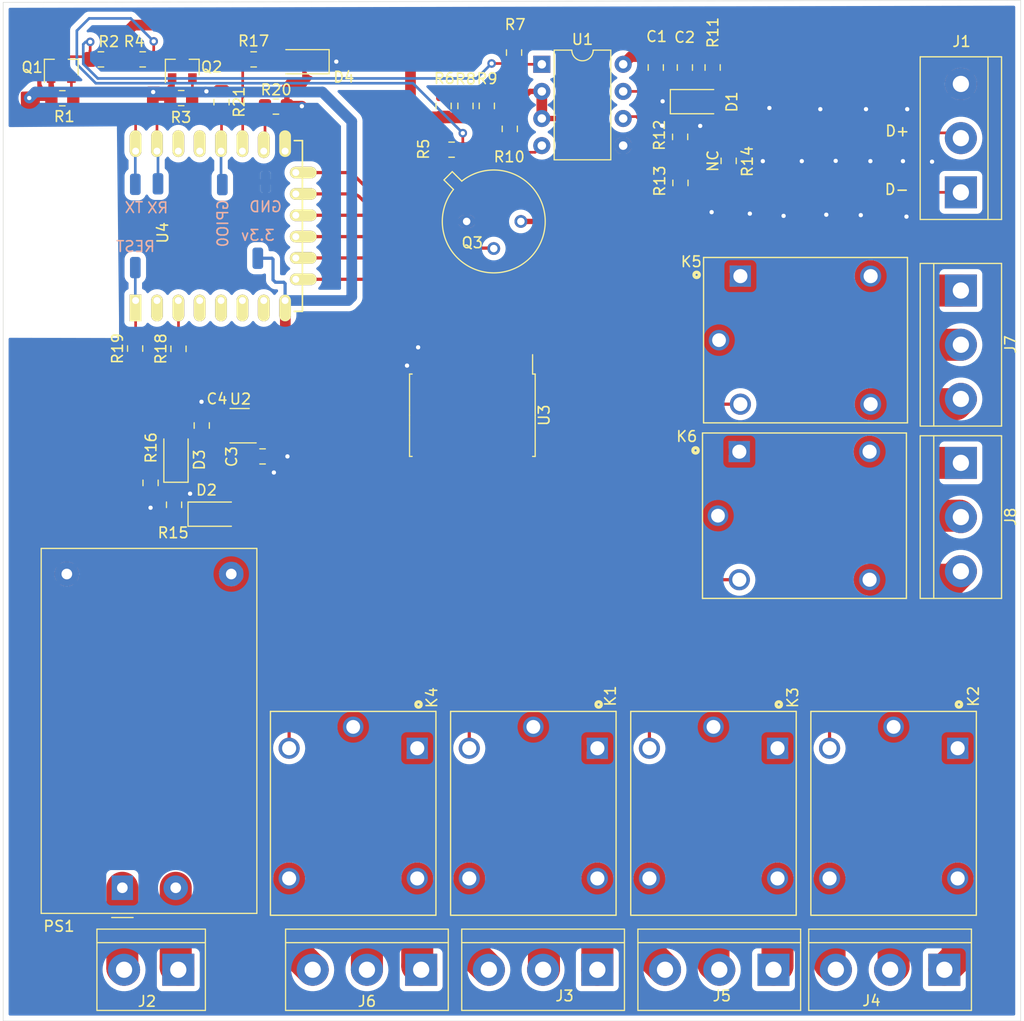
<source format=kicad_pcb>
(kicad_pcb (version 20211014) (generator pcbnew)
  (layers (0 "F.Cu" signal) (31 "B.Cu" signal) (34 "B.Paste" user) (35 "F.Paste" user) (36 "B.SilkS" user "B.Silkscreen") (37 "F.SilkS" user "F.Silkscreen") (38 "B.Mask" user) (39 "F.Mask" user) (44 "Edge.Cuts" user))
  (net 0 "")
  (net 1 "GND")
  (net 2 "+5V")
  (net 3 "+3V3")
  (net 4 "Net-(D1-Pad2)")
  (net 5 "Net-(D2-Pad1)")
  (net 6 "Net-(D3-Pad1)")
  (net 7 "Net-(D4-Pad2)")
  (net 8 "/MAX485CIRCUIT/B")
  (net 9 "/MAX485CIRCUIT/A")
  (net 10 "Net-(J2-Pad2)")
  (net 11 "Net-(J2-Pad1)")
  (net 12 "Net-(J3-Pad3)")
  (net 13 "Net-(J3-Pad2)")
  (net 14 "Net-(J3-Pad1)")
  (net 15 "Net-(J4-Pad3)")
  (net 16 "Net-(J4-Pad2)")
  (net 17 "Net-(J4-Pad1)")
  (net 18 "Net-(J5-Pad3)")
  (net 19 "Net-(J5-Pad2)")
  (net 20 "Net-(J5-Pad1)")
  (net 21 "Net-(J6-Pad3)")
  (net 22 "Net-(J6-Pad2)")
  (net 23 "Net-(J6-Pad1)")
  (net 24 "/relays/RELAY1")
  (net 25 "/relays/RELAY2")
  (net 26 "/relays/RELAY3")
  (net 27 "/relays/RELAY4")
  (net 28 "RX")
  (net 29 "TXD")
  (net 30 "TX")
  (net 31 "RXD")
  (net 32 "Net-(R5-Pad2)")
  (net 33 "Net-(R6-Pad2)")
  (net 34 "/maincontroller/GPIO2")
  (net 35 "/maincontroller/EN")
  (net 36 "/maincontroller/REST")
  (net 37 "/maincontroller/GPIO15")
  (net 38 "/maincontroller/GPIO0")
  (net 45 "GPIO16")
  (net 46 "GPIO12")
  (net 47 "GPIO14")
  (net 48 "GPIO13")
  (net 55 "Net-(J7-Pad3)")
  (net 56 "Net-(J7-Pad2)")
  (net 57 "Net-(J7-Pad1)")
  (net 58 "Net-(J8-Pad3)")
  (net 59 "Net-(J8-Pad2)")
  (net 60 "Net-(J8-Pad1)")
  (net 61 "GPIO10")
  (net 62 "GPIO11")
  (net 63 "/relays/RELAY6")
  (net 64 "/relays/RELAY5")
  (footprint "Capacitor_SMD:C_0805_2012Metric_Pad1.15x1.40mm_HandSolder" (layer "F.Cu") (at 162.975 49.65 -90)
    (fp_text reference "C1")
    (fp_text value "10uf")
  )
  (footprint "Capacitor_SMD:C_0805_2012Metric_Pad1.15x1.40mm_HandSolder" (layer "F.Cu") (at 165.7 49.65 -90)
    (fp_text reference "C2")
    (fp_text value "0.1uf")
  )
  (footprint "Resistor_SMD:R_0805_2012Metric_Pad1.15x1.40mm_HandSolder" (layer "F.Cu") (at 126.145 86.095)
    (fp_text reference "C3")
    (fp_text value "1uf" hide)
  )
  (footprint "Resistor_SMD:R_0805_2012Metric_Pad1.15x1.40mm_HandSolder" (layer "F.Cu") (at 120.45 83.2 90)
    (fp_text reference "C4")
    (fp_text value "1uf" hide)
  )
  (footprint "LED_SMD:LED_1206_3216Metric_Pad1.42x1.75mm_HandSolder" (layer "F.Cu") (at 166.8 52.85)
    (fp_text reference "D1")
    (fp_text value "LED_Small")
  )
  (footprint "LED_SMD:LED_1206_3216Metric_Pad1.42x1.75mm_HandSolder" (layer "F.Cu") (at 121.625 91.505)
    (fp_text reference "D2")
    (fp_text value "POWER_5LED" hide)
  )
  (footprint "LED_SMD:LED_1206_3216Metric_Pad1.42x1.75mm_HandSolder" (layer "F.Cu") (at 118.035 86.055 90)
    (fp_text reference "D3")
    (fp_text value "POWER_3.3LED")
  )
  (footprint "LED_SMD:LED_1206_3216Metric_Pad1.42x1.75mm_HandSolder" (layer "F.Cu") (at 129.92004 49.11008 180)
    (fp_text reference "D4")
    (fp_text value "LED")
  )
  (footprint "TerminalBlock:TerminalBlock_bornier-3_P5.08mm" (layer "F.Cu") (at 191.55 61.35 90)
    (fp_text reference "J1")
    (fp_text value "Screw_Terminal_01x03")
  )
  (footprint "TerminalBlock:TerminalBlock_bornier-2_P5.08mm" (layer "F.Cu") (at 118.251 134.2 180)
    (fp_text reference "J2")
    (fp_text value "Screw_Terminal_01x02")
  )
  (footprint "TerminalBlock:TerminalBlock_bornier-3_P5.08mm" (layer "F.Cu") (at 157.5 134.2 180)
    (fp_text reference "J3")
    (fp_text value "Screw_Terminal_01x03")
  )
  (footprint "TerminalBlock:TerminalBlock_bornier-3_P5.08mm" (layer "F.Cu") (at 190 134.2 180)
    (fp_text reference "J4")
    (fp_text value "Screw_Terminal_01x03")
  )
  (footprint "TerminalBlock:TerminalBlock_bornier-3_P5.08mm" (layer "F.Cu") (at 174 134.2 180)
    (fp_text reference "J5")
    (fp_text value "Screw_Terminal_01x03")
  )
  (footprint "TerminalBlock:TerminalBlock_bornier-3_P5.08mm" (layer "F.Cu") (at 141 134.2 180)
    (fp_text reference "J6")
    (fp_text value "Screw_Terminal_01x03")
  )
  (footprint "SRD-05VDC-SL-C:RELAY_SRD-05VDC-SL-C" (layer "F.Cu") (at 151.50549 119.54104 -90)
    (fp_text reference "K1")
    (fp_text value "SRD-05VDC-SL-C")
  )
  (footprint "SRD-05VDC-SL-C:RELAY_SRD-05VDC-SL-C" (layer "F.Cu") (at 185.25 119.54104 -90)
    (fp_text reference "K2")
    (fp_text value "SRD-05VDC-SL-C")
  )
  (footprint "SRD-05VDC-SL-C:RELAY_SRD-05VDC-SL-C" (layer "F.Cu") (at 168.377745 119.54104 -90)
    (fp_text reference "K3")
    (fp_text value "SRD-05VDC-SL-C")
  )
  (footprint "SRD-05VDC-SL-C:RELAY_SRD-05VDC-SL-C" (layer "F.Cu") (at 134.633235 119.54104 -90)
    (fp_text reference "K4")
    (fp_text value "SRD-05VDC-SL-C")
  )
  (footprint "Converter_ACDC:Converter_ACDC_HiLink_HLK-PMxx" (layer "F.Cu") (at 113.01098 126.51604 90)
    (fp_text reference "PS1")
    (fp_text value "HLK-PM01")
  )
  (footprint "Package_TO_SOT_SMD:SOT-23" (layer "F.Cu") (at 107.29024 49.64008 90)
    (fp_text reference "Q1")
    (fp_text value "BSS138")
  )
  (footprint "Package_TO_SOT_SMD:SOT-23" (layer "F.Cu") (at 118.62372 49.64008 90)
    (fp_text reference "Q2")
    (fp_text value "BSS138")
  )
  (footprint "Package_TO_SOT_THT:TO-39-3" (layer "F.Cu") (at 145.26 64.075)
    (fp_text reference "Q3")
    (fp_text value "2N2219")
  )
  (footprint "Resistor_SMD:R_0805_2012Metric_Pad1.15x1.40mm_HandSolder" (layer "F.Cu") (at 107.39024 52.53314)
    (fp_text reference "R1")
    (fp_text value "10k" hide)
  )
  (footprint "Resistor_SMD:R_0805_2012Metric_Pad1.15x1.40mm_HandSolder" (layer "F.Cu") (at 111.00466 48.89008 180)
    (fp_text reference "R2")
    (fp_text value "10k")
  )
  (footprint "Resistor_SMD:R_0805_2012Metric_Pad1.15x1.40mm_HandSolder" (layer "F.Cu") (at 118.52372 52.5179)
    (fp_text reference "R3")
    (fp_text value "10k")
  )
  (footprint "Resistor_SMD:R_0805_2012Metric_Pad1.15x1.40mm_HandSolder" (layer "F.Cu") (at 114.91626 48.89008)
    (fp_text reference "R4")
    (fp_text value "10k")
  )
  (footprint "Resistor_SMD:R_0805_2012Metric_Pad1.15x1.40mm_HandSolder" (layer "F.Cu") (at 143.85 57.35 180)
    (fp_text reference "R5")
    (fp_text value "1K")
  )
  (footprint "Resistor_SMD:R_0805_2012Metric_Pad1.15x1.40mm_HandSolder" (layer "F.Cu") (at 143.1 53.25 90)
    (fp_text reference "R6")
    (fp_text value "10K")
  )
  (footprint "Resistor_SMD:R_0805_2012Metric_Pad1.15x1.40mm_HandSolder" (layer "F.Cu") (at 149.7 48.25 -90)
    (fp_text reference "R7")
    (fp_text value "10K" hide)
  )
  (footprint "Resistor_SMD:R_0805_2012Metric_Pad1.15x1.40mm_HandSolder" (layer "F.Cu") (at 145.15 53.25 90)
    (fp_text reference "R8")
    (fp_text value "10K")
  )
  (footprint "Resistor_SMD:R_0805_2012Metric_Pad1.15x1.40mm_HandSolder" (layer "F.Cu") (at 147.15 53.25 90)
    (fp_text reference "R9")
    (fp_text value "10K")
  )
  (footprint "Resistor_SMD:R_0805_2012Metric_Pad1.15x1.40mm_HandSolder" (layer "F.Cu") (at 149.3 55.4 -90)
    (fp_text reference "R10")
    (fp_text value "10K")
  )
  (footprint "Resistor_SMD:R_0805_2012Metric_Pad1.15x1.40mm_HandSolder" (layer "F.Cu") (at 168.3 49.65 -90)
    (fp_text reference "R11")
    (fp_text value "1K")
  )
  (footprint "Resistor_SMD:R_0805_2012Metric_Pad1.15x1.40mm_HandSolder" (layer "F.Cu") (at 165.255 56.15 -90)
    (fp_text reference "R12")
    (fp_text value "20K")
  )
  (footprint "Resistor_SMD:R_0805_2012Metric_Pad1.15x1.40mm_HandSolder" (layer "F.Cu") (at 165.285 60.465 -90)
    (fp_text reference "R13")
    (fp_text value "20K")
  )
  (footprint "Resistor_SMD:R_0805_2012Metric_Pad1.15x1.40mm_HandSolder" (layer "F.Cu") (at 169.8 58.4 90)
    (fp_text reference "R14")
    (fp_text value "120NC")
  )
  (footprint "Resistor_SMD:R_0805_2012Metric_Pad1.15x1.40mm_HandSolder" (layer "F.Cu") (at 117.855 90.625 -90)
    (fp_text reference "R15")
    (fp_text value "330R" hide)
  )
  (footprint "Resistor_SMD:R_0805_2012Metric_Pad1.15x1.40mm_HandSolder" (layer "F.Cu") (at 115.655 88.575 90)
    (fp_text reference "R16")
    (fp_text value "330R" hide)
  )
  (footprint "Resistor_SMD:R_0805_2012Metric_Pad1.15x1.40mm_HandSolder" (layer "F.Cu") (at 125.3104 48.89008 180)
    (fp_text reference "R17")
    (fp_text value "1k")
  )
  (footprint "Resistor_SMD:R_0805_2012Metric_Pad1.15x1.40mm_HandSolder" (layer "F.Cu") (at 118.26906 76.0129 90)
    (fp_text reference "R18")
    (fp_text value "10K" hide)
  )
  (footprint "Resistor_SMD:R_0805_2012Metric_Pad1.15x1.40mm_HandSolder" (layer "F.Cu") (at 114.2076 75.9875 90)
    (fp_text reference "R19")
    (fp_text value "10K" hide)
  )
  (footprint "Resistor_SMD:R_0805_2012Metric_Pad1.15x1.40mm_HandSolder" (layer "F.Cu") (at 127.39782 53.31292)
    (fp_text reference "R20")
    (fp_text value "10K")
  )
  (footprint "Resistor_SMD:R_0805_2012Metric_Pad1.15x1.40mm_HandSolder" (layer "F.Cu") (at 122.30004 52.89636 -90)
    (fp_text reference "R21")
    (fp_text value "10K")
  )
  (footprint "Package_DIP:DIP-8_W7.62mm" (layer "F.Cu") (at 152.3 49.35)
    (fp_text reference "U1")
    (fp_text value "MAX485E")
  )
  (footprint "Package_TO_SOT_SMD:SOT-23-5" (layer "F.Cu") (at 123.99648 83.21602 180)
    (fp_text reference "U2")
    (fp_text value "AP2112K-3.3" hide)
  )
  (footprint "ESP8266:ESP-12E" (layer "F.Cu") (at 114.25586 71.48662 90)
    (fp_text reference "U4")
    (fp_text value "ESP-12E" hide)
  )
  (footprint "TerminalBlock:TerminalBlock_bornier-3_P5.08mm" (layer "F.Cu") (at 191.55 70.55 -90)
    (fp_text reference "J7")
    (fp_text value "Screw_Terminal_01x03")
  )
  (footprint "TerminalBlock:TerminalBlock_bornier-3_P5.08mm" (layer "F.Cu") (at 191.55 86.7 -90)
    (fp_text reference "J8")
    (fp_text value "Screw_Terminal_01x03")
  )
  (footprint "SRD-05VDC-SL-C:RELAY_SRD-05VDC-SL-C" (layer "F.Cu") (at 177 75.2)
    (fp_text reference "K5")
    (fp_text value "SRD-05VDC-SL-C")
  )
  (footprint "SRD-05VDC-SL-C:RELAY_SRD-05VDC-SL-C" (layer "F.Cu") (at 176.9 91.65)
    (fp_text reference "K6")
    (fp_text value "SRD-05VDC-SL-C")
  )
  (footprint "Package_SO:SOIC-18W_7.5x11.6mm_P1.27mm" (layer "F.Cu") (at 145.795 82.235 -90)
    (fp_text reference "U3")
    (fp_text value "ULN2803A")
  )
  (footprint "Connector_Wire:SolderWirePad_1x01_SMD_1x2mm" (layer "B.Cu") (at 114.225 68.4 180)
    (fp_text reference "REST")
    (fp_text value "SolderWirePad_1x01_SMD_1x2mm")
  )
  (footprint "Connector_Wire:SolderWirePad_1x01_SMD_1x2mm" (layer "B.Cu") (at 114.225 60.6 180)
    (fp_text reference "TX")
    (fp_text value "SolderWirePad_1x01_SMD_1x2mm")
  )
  (footprint "Connector_Wire:SolderWirePad_1x01_SMD_1x2mm" (layer "B.Cu") (at 122.375 60.625 180)
    (fp_text reference "GPIO0")
    (fp_text value "SolderWirePad_1x01_SMD_1x2mm")
  )
  (footprint "Connector_Wire:SolderWirePad_1x01_SMD_1x2mm" (layer "B.Cu") (at 125.7 67.525 180)
    (fp_text reference "3.3v")
    (fp_text value "SolderWirePad_1x01_SMD_1x2mm")
  )
  (footprint "Connector_Wire:SolderWirePad_1x01_SMD_1x2mm" (layer "B.Cu") (at 116.35 60.55 180)
    (fp_text reference "RX")
    (fp_text value "SolderWirePad_1x01_SMD_1x2mm")
  )
  (footprint "Connector_Wire:SolderWirePad_1x01_SMD_1x2mm" (layer "B.Cu") (at 126.425 60.375 180)
    (fp_text reference "GND")
    (fp_text value "SolderWirePad_1x01_SMD_1x2mm")
  )
  (gr_line (start 197.15 139) (end 193.5 139) (layer "Edge.Cuts") (width 0.05))
  (gr_line (start 101.85 139) (end 101.85 43.55) (layer "Edge.Cuts") (width 0.05))
  (gr_line (start 197.15 43.35) (end 197.15 139) (layer "Edge.Cuts") (width 0.05))
  (gr_line (start 196.6 43.35) (end 197.15 43.35) (layer "Edge.Cuts") (width 0.05))
  (gr_line (start 101.85 43.55) (end 196.6 43.35) (layer "Edge.Cuts") (width 0.05))
  (gr_line (start 193.5 139) (end 101.85 139) (layer "Edge.Cuts") (width 0.05))
  (gr_text "NC" (at 168.325 58.405 90) (layer "F.SilkS") (effects (font (size 1 1))))
  (gr_text "D+" (at 185.6 55.6) (layer "F.SilkS") (effects (font (size 1 1))))
  (gr_text "D-\n" (at 185.55 61.075) (layer "F.SilkS") (effects (font (size 1 1))))
  (segment (start 125.09648 83.21602) (end 126.24398 83.21602) (width 0.5) (layer "F.Cu") (net 1))
  (segment (start 131.40754 49.11008) (end 133.03992 49.11008) (width 1) (layer "F.Cu") (net 1))
  (segment (start 140.715 75.875) (end 140.735 75.855) (width 0.5) (layer "F.Cu") (net 1))
  (segment (start 120.425 82.25) (end 120.425 80.975) (width 1) (layer "F.Cu") (net 1))
  (segment (start 126.24398 83.21602) (end 126.245 83.215) (width 0.5) (layer "F.Cu") (net 1))
  (segment (start 140.715 77.585) (end 140.715 75.875) (width 0.5) (layer "F.Cu") (net 1))
  (segment (start 127.17 84.14) (end 127.17 86.095) (width 1) (layer "F.Cu") (net 1))
  (segment (start 119.34 89.6) (end 119.355 89.585) (width 1) (layer "F.Cu") (net 1))
  (segment (start 117.855 89.6) (end 119.34 89.6) (width 1) (layer "F.Cu") (net 1))
  (segment (start 115.655 90.905) (end 115.655 89.6) (width 1) (layer "F.Cu") (net 1))
  (segment (start 140.715 77.585) (end 139.675 77.585) (width 0.5) (layer "F.Cu") (net 1))
  (segment (start 126.245 83.215) (end 127.17 84.14) (width 1) (layer "F.Cu") (net 1))
  (segment (start 139.675 77.585) (end 139.665 77.575) (width 0.5) (layer "F.Cu") (net 1))
  (segment (start 128.46074 53.275) (end 129.825 53.275) (width 1) (layer "F.Cu") (net 1))
  (segment (start 127.205 87.605) (end 127.205 86.13) (width 1) (layer "F.Cu") (net 1))
  (segment (start 133.03992 49.11008) (end 133.05 49.1) (width 1) (layer "F.Cu") (net 1))
  (segment (start 117.855 89.6) (end 115.655 89.6) (width 1) (layer "F.Cu") (net 1))
  (segment (start 127.17 86.095) (end 128.475 86.095) (width 1) (layer "F.Cu") (net 1))
  (via (at 186.125 58.425) (size 0.8) (drill 0.4) (layers "F.Cu" "B.Cu") (net 1))
  (via (at 182.665 53.555) (size 0.8) (drill 0.4) (layers "F.Cu" "B.Cu") (net 1))
  (via (at 168.205 63.205) (size 0.8) (drill 0.4) (layers "F.Cu" "B.Cu") (net 1))
  (via (at 186.455 63.625) (size 0.8) (drill 0.4) (layers "F.Cu" "B.Cu") (net 1))
  (via (at 139.675 77.585) (size 0.8) (drill 0.4) (layers "F.Cu" "B.Cu") (net 1))
  (via (at 182.175 63.485) (size 0.8) (drill 0.4) (layers "F.Cu" "B.Cu") (net 1))
  (via (at 163.615 52.815) (size 0.8) (drill 0.4) (layers "F.Cu" "B.Cu") (net 1))
  (via (at 133.05 49.1) (size 0.8) (drill 0.4) (layers "F.Cu" "B.Cu") (net 1))
  (via (at 173.615 53.445) (size 0.8) (drill 0.4) (layers "F.Cu" "B.Cu") (net 1))
  (via (at 176.65 58.425) (size 0.8) (drill 0.4) (layers "F.Cu" "B.Cu") (net 1))
  (via (at 178.385 53.555) (size 0.8) (drill 0.4) (layers "F.Cu" "B.Cu") (net 1))
  (via (at 179.825 58.4) (size 0.8) (drill 0.4) (layers "F.Cu" "B.Cu") (net 1))
  (via (at 178.945 63.445) (size 0.8) (drill 0.4) (layers "F.Cu" "B.Cu") (net 1))
  (via (at 186.525 53.555) (size 0.8) (drill 0.4) (layers "F.Cu" "B.Cu") (net 1))
  (via (at 173 58.425) (size 0.8) (drill 0.4) (layers "F.Cu" "B.Cu") (net 1))
  (via (at 127.205 87.605) (size 0.8) (drill 0.4) (layers "F.Cu" "B.Cu") (net 1))
  (via (at 183.075 58.425) (size 0.8) (drill 0.4) (layers "F.Cu" "B.Cu") (net 1))
  (via (at 120.425 80.975) (size 0.8) (drill 0.4) (layers "F.Cu" "B.Cu") (net 1))
  (via (at 188.85 58.475) (size 0.8) (drill 0.4) (layers "F.Cu" "B.Cu") (net 1))
  (via (at 174.945 63.555) (size 0.8) (drill 0.4) (layers "F.Cu" "B.Cu") (net 1))
  (via (at 163.565 55.105) (size 0.8) (drill 0.4) (layers "F.Cu" "B.Cu") (net 1))
  (via (at 167.135 55.125) (size 0.8) (drill 0.4) (layers "F.Cu" "B.Cu") (net 1))
  (via (at 171.785 63.345) (size 0.8) (drill 0.4) (layers "F.Cu" "B.Cu") (net 1))
  (via (at 119.355 89.585) (size 0.8) (drill 0.4) (layers "F.Cu" "B.Cu") (net 1))
  (via (at 140.715 75.875) (size 0.8) (drill 0.4) (layers "F.Cu" "B.Cu") (net 1))
  (via (at 129.825 53.275) (size 0.8) (drill 0.4) (layers "F.Cu" "B.Cu") (net 1))
  (via (at 128.475 86.095) (size 0.8) (drill 0.4) (layers "F.Cu" "B.Cu") (net 1))
  (via (at 115.655 90.905) (size 0.8) (drill 0.4) (layers "F.Cu" "B.Cu") (net 1))
  (segment (start 128.25586 58.19414) (end 127.625 58.825) (width 0.3) (layer "B.Cu") (net 1))
  (segment (start 127.625 58.825) (end 127.55 58.9) (width 0.3) (layer "B.Cu") (net 1))
  (segment (start 126.775 58.9) (end 126.425 59.25) (width 0.3) (layer "B.Cu") (net 1))
  (segment (start 126.825 58.9) (end 126.775 58.9) (width 0.3) (layer "B.Cu") (net 1))
  (segment (start 128.25586 57.48662) (end 128.25586 58.19414) (width 0.3) (layer "B.Cu") (net 1))
  (segment (start 126.425 59.25) (end 126.425 61) (width 0.3) (layer "B.Cu") (net 1))
  (segment (start 127.55 58.9) (end 126.825 58.9) (width 0.3) (layer "B.Cu") (net 1))
  (segment (start 165.7 46.05) (end 165.7 48.625) (width 0.5) (layer "F.Cu") (net 2))
  (segment (start 125.12 86.095) (end 125.12 84.52) (width 1) (layer "F.Cu") (net 2))
  (segment (start 123.1125 91.505) (end 124.625 91.505) (width 1) (layer "F.Cu") (net 2))
  (segment (start 162.25 45.15) (end 164.8 45.15) (width 0.5) (layer "F.Cu") (net 2))
  (segment (start 135.375 86.885) (end 134.605 87.655) (width 0.5) (layer "F.Cu") (net 2))
  (segment (start 155.8 47.15) (end 155.8 45.775) (width 0.5) (layer "F.Cu") (net 2))
  (segment (start 143.2 54.375) (end 143.1 54.275) (width 1) (layer "F.Cu") (net 2))
  (segment (start 112.90992 46.84008) (end 114.075 45.675) (width 1) (layer "F.Cu") (net 2))
  (segment (start 133.405 95.575) (end 128.295 95.575) (width 0.5) (layer "F.Cu") (net 2))
  (segment (start 164.8 45.15) (end 165.7 46.05) (width 0.5) (layer "F.Cu") (net 2))
  (segment (start 165.675 70.975) (end 162.225 70.975) (width 1) (layer "F.Cu") (net 2))
  (segment (start 155.875 47.225) (end 155.8 47.15) (width 0.5) (layer "F.Cu") (net 2))
  (segment (start 124.25898 82.26602) (end 124.05 82.475) (width 0.25) (layer "F.Cu") (net 2))
  (segment (start 156.425 45.15) (end 162.25 45.15) (width 0.5) (layer "F.Cu") (net 2))
  (segment (start 134.605 94.375) (end 133.405 95.575) (width 0.5) (layer "F.Cu") (net 2))
  (segment (start 123.1125 91.505) (end 123.1125 97.01756) (width 1) (layer "F.Cu") (net 2))
  (segment (start 140.6 54.275) (end 143.1 54.275) (width 1) (layer "F.Cu") (net 2))
  (segment (start 125.125 91.005) (end 125.125 86.1) (width 1) (layer "F.Cu") (net 2))
  (segment (start 149.7 46.25) (end 149.7 47.225) (width 1) (layer "F.Cu") (net 2))
  (segment (start 140.85 47.225) (end 139.975 48.1) (width 1) (layer "F.Cu") (net 2))
  (segment (start 162.225 62.725) (end 162.225 70.975) (width 0.3) (layer "F.Cu") (net 2))
  (segment (start 128.295 95.575) (end 126.75396 97.11604) (width 0.5) (layer "F.Cu") (net 2))
  (segment (start 162.975 45.875) (end 162.975 48.625) (width 0.5) (layer "F.Cu") (net 2))
  (segment (start 168.3 48.625) (end 168.3 46.075) (width 0.5) (layer "F.Cu") (net 2))
  (segment (start 124.05 84.025) (end 124.19102 84.16602) (width 0.25) (layer "F.Cu") (net 2))
  (segment (start 160.645 48.625) (end 159.92 49.35) (width 1) (layer "F.Cu") (net 2))
  (segment (start 167.375 45.15) (end 164.8 45.15) (width 0.5) (layer "F.Cu") (net 2))
  (segment (start 162.225 70.975) (end 159.925 70.975) (width 1) (layer "F.Cu") (net 2))
  (segment (start 124.05 82.475) (end 124.05 84.025) (width 0.25) (layer "F.Cu") (net 2))
  (segment (start 140.715 86.885) (end 135.375 86.885) (width 0.5) (layer "F.Cu") (net 2))
  (segment (start 124.625 91.505) (end 125.125 91.005) (width 1) (layer "F.Cu") (net 2))
  (segment (start 114.075 45.675) (end 149.125 45.675) (width 1) (layer "F.Cu") (net 2))
  (segment (start 155.8 45.775) (end 156.425 45.15) (width 0.5) (layer "F.Cu") (net 2))
  (segment (start 112.02966 48.89008) (end 112.90992 48.89008) (width 1) (layer "F.Cu") (net 2))
  (segment (start 139.975 48.1) (end 140 48.125) (width 1) (layer "F.Cu") (net 2))
  (segment (start 163.875 61.075) (end 162.225 62.725) (width 0.3) (layer "F.Cu") (net 2))
  (segment (start 149.3 54.375) (end 143.2 54.375) (width 1) (layer "F.Cu") (net 2))
  (segment (start 149.7 47.225) (end 140.85 47.225) (width 1) (layer "F.Cu") (net 2))
  (segment (start 140 48.125) (end 140 53.675) (width 1) (layer "F.Cu") (net 2))
  (segment (start 168.3 48.625) (end 162.975 48.625) (width 1) (layer "F.Cu") (net 2))
  (segment (start 125.12 84.52) (end 125.095 84.495) (width 1) (layer "F.Cu") (net 2))
  (segment (start 124.19102 84.16602) (end 125.09648 84.16602) (width 0.25) (layer "F.Cu") (net 2))
  (segment (start 126.75396 97.11604) (end 123.21098 97.11604) (width 0.5) (layer "F.Cu") (net 2))
  (segment (start 162.25 45.15) (end 162.975 45.875) (width 0.5) (layer "F.Cu") (net 2))
  (segment (start 112.90992 48.89008) (end 113.89126 48.89008) (width 1) (layer "F.Cu") (net 2))
  (segment (start 149.125 45.675) (end 149.7 46.25) (width 1) (layer "F.Cu") (net 2))
  (segment (start 162.975 48.625) (end 160.645 48.625) (width 1) (layer "F.Cu") (net 2))
  (segment (start 134.605 87.655) (end 134.605 94.375) (width 0.5) (layer "F.Cu") (net 2))
  (segment (start 165.255 61.075) (end 163.875 61.075) (width 0.3) (layer "F.Cu") (net 2))
  (segment (start 149.7 47.225) (end 155.875 47.225) (width 0.5) (layer "F.Cu") (net 2))
  (segment (start 125.09648 82.26602) (end 124.25898 82.26602) (width 0.25) (layer "F.Cu") (net 2))
  (segment (start 168.3 46.075) (end 167.375 45.15) (width 0.5) (layer "F.Cu") (net 2))
  (segment (start 159.925 70.975) (end 155.875 66.925) (width 1) (layer "F.Cu") (net 2))
  (segment (start 155.875 66.925) (end 155.875 47.225) (width 1) (layer "F.Cu") (net 2))
  (segment (start 140 53.675) (end 140.6 54.275) (width 1) (layer "F.Cu") (net 2))
  (segment (start 112.90992 48.89008) (end 112.90992 46.84008) (width 1) (layer "F.Cu") (net 2))
  (segment (start 118.185 77.12196) (end 118.26906 77.0379) (width 1) (layer "F.Cu") (net 3))
  (segment (start 118.185 84.4175) (end 118.185 77.12196) (width 1) (layer "F.Cu") (net 3))
  (segment (start 118.3075 84.225) (end 117.975 84.5575) (width 1) (layer "F.Cu") (net 3))
  (segment (start 120.45 84.225) (end 118.3775 84.225) (width 1) (layer "F.Cu") (net 3))
  (segment (start 118.26906 77.0379) (end 127.3121 77.0379) (width 1) (layer "F.Cu") (net 3))
  (segment (start 127.3121 77.0379) (end 128.275 76.075) (width 1) (layer "F.Cu") (net 3))
  (segment (start 118.3775 84.225) (end 118.035 84.5675) (width 1) (layer "F.Cu") (net 3))
  (segment (start 122.8625 84.2) (end 120.475 84.2) (width 1) (layer "F.Cu") (net 3))
  (segment (start 122.30004 51.87136) (end 120.87864 51.87136) (width 0.5) (layer "F.Cu") (net 3))
  (segment (start 128.275 76.075) (end 128.275 71.50576) (width 1) (layer "F.Cu") (net 3))
  (segment (start 122.89648 84.16602) (end 122.8625 84.2) (width 1) (layer "F.Cu") (net 3))
  (segment (start 114.2076 77.0125) (end 118.24366 77.0125) (width 1) (layer "F.Cu") (net 3))
  (via (at 115.9 51.95) (size 0.8) (drill 0.4) (layers "F.Cu" "B.Cu") (net 3))
  (via (at 104.29 52.51) (size 0.8) (drill 0.4) (layers "F.Cu" "B.Cu") (net 3))
  (via (at 120.885 51.885) (size 0.8) (drill 0.4) (layers "F.Cu" "B.Cu") (net 3))
  (segment (start 120.8 51.95) (end 115.9 51.95) (width 1) (layer "B.Cu") (net 3))
  (segment (start 131.75 51.95) (end 120.8 51.95) (width 1) (layer "B.Cu") (net 3))
  (segment (start 104.85 51.95) (end 104.29 52.51) (width 1) (layer "B.Cu") (net 3))
  (segment (start 127.025 67.525) (end 127.125 67.625) (width 0.3) (layer "B.Cu") (net 3))
  (segment (start 127.125 67.625) (end 127.125 69.55) (width 0.3) (layer "B.Cu") (net 3))
  (segment (start 125.7 67.525) (end 127.025 67.525) (width 0.3) (layer "B.Cu") (net 3))
  (segment (start 134.5 54.7) (end 131.75 51.95) (width 1) (layer "B.Cu") (net 3))
  (segment (start 134.16338 71.48662) (end 134.5 71.15) (width 1) (layer "B.Cu") (net 3))
  (segment (start 128.25586 69.90586) (end 128.25586 71.48662) (width 0.3) (layer "B.Cu") (net 3))
  (segment (start 127.125 69.55) (end 127.35 69.775) (width 0.3) (layer "B.Cu") (net 3))
  (segment (start 115.9 51.95) (end 104.85 51.95) (width 1) (layer "B.Cu") (net 3))
  (segment (start 134.5 71.15) (end 134.5 54.7) (width 1) (layer "B.Cu") (net 3))
  (segment (start 127.35 69.775) (end 128.125 69.775) (width 0.3) (layer "B.Cu") (net 3))
  (segment (start 128.25586 71.48662) (end 134.16338 71.48662) (width 1) (layer "B.Cu") (net 3))
  (segment (start 128.125 69.775) (end 128.25586 69.90586) (width 0.3) (layer "B.Cu") (net 3))
  (segment (start 168.3 50.675) (end 168.3 52.8375) (width 0.25) (layer "F.Cu") (net 4))
  (segment (start 117.855 91.65) (end 119.9925 91.65) (width 1) (layer "F.Cu") (net 5))
  (segment (start 117.975 87.5325) (end 115.6725 87.5325) (width 0.5) (layer "F.Cu") (net 6))
  (segment (start 126.3354 48.89008) (end 128.21254 48.89008) (width 0.25) (layer "F.Cu") (net 7))
  (segment (start 165.285 59.44) (end 164 59.44) (width 0.25) (layer "F.Cu") (net 8))
  (segment (start 161.15 54.25) (end 160.1 54.25) (width 0.25) (layer "F.Cu") (net 8))
  (segment (start 169.8 60.65) (end 170.5 61.35) (width 0.25) (layer "F.Cu") (net 8))
  (segment (start 161.425 54.525) (end 161.15 54.25) (width 0.25) (layer "F.Cu") (net 8))
  (segment (start 170.5 61.35) (end 191.55 61.35) (width 0.25) (layer "F.Cu") (net 8))
  (segment (start 164 59.44) (end 161.425 56.865) (width 0.25) (layer "F.Cu") (net 8))
  (segment (start 169.8 59.425) (end 169.8 60.65) (width 0.25) (layer "F.Cu") (net 8))
  (segment (start 169.8 59.425) (end 165.655 59.425) (width 0.25) (layer "F.Cu") (net 8))
  (segment (start 161.425 56.865) (end 161.425 54.525) (width 0.25) (layer "F.Cu") (net 8))
  (segment (start 161.815 51.89) (end 162.125 52.2) (width 0.25) (layer "F.Cu") (net 9))
  (segment (start 191.055 55.775) (end 170.325 55.775) (width 0.25) (layer "F.Cu") (net 9))
  (segment (start 169.8 57.375) (end 165.455 57.375) (width 0.25) (layer "F.Cu") (net 9))
  (segment (start 159.92 51.89) (end 161.815 51.89) (width 0.25) (layer "F.Cu") (net 9))
  (segment (start 169.8 56.3) (end 169.8 57.375) (width 0.25) (layer "F.Cu") (net 9))
  (segment (start 162.125 56.388604) (end 162.911396 57.175) (width 0.25) (layer "F.Cu") (net 9))
  (segment (start 162.125 52.2) (end 162.125 56.388604) (width 0.25) (layer "F.Cu") (net 9))
  (segment (start 162.911396 57.175) (end 165.255 57.175) (width 0.25) (layer "F.Cu") (net 9))
  (segment (start 170.325 55.775) (end 169.8 56.3) (width 0.25) (layer "F.Cu") (net 9))
  (segment (start 113.01098 134.03998) (end 113.171 134.2) (width 3) (layer "F.Cu") (net 10))
  (segment (start 113.01098 126.51604) (end 113.01098 134.03998) (width 3) (layer "F.Cu") (net 10))
  (segment (start 118.01098 133.95998) (end 118.251 134.2) (width 3) (layer "F.Cu") (net 11))
  (segment (start 118.01098 126.51604) (end 118.01098 133.95998) (width 3) (layer "F.Cu") (net 11))
  (segment (start 145.50549 125.64104) (end 145.50549 132.36549) (width 3) (layer "F.Cu") (net 12))
  (segment (start 145.50549 132.36549) (end 147.34 134.2) (width 3) (layer "F.Cu") (net 12))
  (segment (start 151.50549 111.44104) (end 152.5 112.43555) (width 3) (layer "F.Cu") (net 13))
  (segment (start 152.5 134.12) (end 152.42 134.2) (width 3) (layer "F.Cu") (net 13))
  (segment (start 152.5 112.43555) (end 152.5 134.12) (width 3) (layer "F.Cu") (net 13))
  (segment (start 157.50549 125.64104) (end 157.50549 134.19451) (width 3) (layer "F.Cu") (net 14))
  (segment (start 157.50549 134.19451) (end 157.5 134.2) (width 3) (layer "F.Cu") (net 14))
  (segment (start 179.25 125.64104) (end 179.25 133.61) (width 3) (layer "F.Cu") (net 15))
  (segment (start 179.25 133.61) (end 179.84 134.2) (width 3) (layer "F.Cu") (net 15))
  (segment (start 185.25 111.44104) (end 185.25 133.87) (width 3) (layer "F.Cu") (net 16))
  (segment (start 185.25 133.87) (end 184.92 134.2) (width 3) (layer "F.Cu") (net 16))
  (segment (start 191.25 125.64104) (end 191.25 132.95) (width 3) (layer "F.Cu") (net 17))
  (segment (start 191.25 132.95) (end 190 134.2) (width 3) (layer "F.Cu") (net 17))
  (segment (start 162.377745 125.64104) (end 162.377745 132.737745) (width 3) (layer "F.Cu") (net 18))
  (segment (start 162.377745 132.737745) (end 163.84 134.2) (width 3) (layer "F.Cu") (net 18))
  (segment (start 168.377745 111.44104) (end 168.377745 133.657745) (width 3) (layer "F.Cu") (net 19))
  (segment (start 168.377745 133.657745) (end 168.92 134.2) (width 3) (layer "F.Cu") (net 19))
  (segment (start 174.377745 133.822255) (end 174 134.2) (width 3) (layer "F.Cu") (net 20))
  (segment (start 174.377745 125.64104) (end 174.377745 133.822255) (width 3) (layer "F.Cu") (net 20))
  (segment (start 128.633235 131.993235) (end 130.84 134.2) (width 3) (layer "F.Cu") (net 21))
  (segment (start 128.633235 125.64104) (end 128.633235 131.993235) (width 3) (layer "F.Cu") (net 21))
  (segment (start 135.92 134.2) (end 135.92 112.727805) (width 3) (layer "F.Cu") (net 22))
  (segment (start 135.92 112.727805) (end 134.633235 111.44104) (width 3) (layer "F.Cu") (net 22))
  (segment (start 140.633235 125.64104) (end 140.633235 133.833235) (width 3) (layer "F.Cu") (net 23))
  (segment (start 140.633235 133.833235) (end 141 134.2) (width 3) (layer "F.Cu") (net 23))
  (segment (start 140.365 105.245) (end 140.365 106.055) (width 0.3) (layer "F.Cu") (net 24))
  (segment (start 142.085 91.535) (end 140.365 93.255) (width 0.3) (layer "F.Cu") (net 24))
  (segment (start 143.595 91.535) (end 142.085 91.535) (width 0.3) (layer "F.Cu") (net 24))
  (segment (start 140.365 106.055) (end 142.735 108.425) (width 0.3) (layer "F.Cu") (net 24))
  (segment (start 145.795 89.335) (end 143.595 91.535) (width 0.3) (layer "F.Cu") (net 24))
  (segment (start 142.735 108.425) (end 144.7 108.425) (width 0.3) (layer "F.Cu") (net 24))
  (segment (start 140.365 105.245) (end 140.355 105.235) (width 0.25) (layer "F.Cu") (net 24))
  (segment (start 145.795 86.885) (end 145.795 89.335) (width 0.3) (layer "F.Cu") (net 24))
  (segment (start 140.365 93.255) (end 140.365 105.245) (width 0.3) (layer "F.Cu") (net 24))
  (segment (start 144.7 108.425) (end 145.50549 109.23049) (width 0.3) (layer "F.Cu") (net 24))
  (segment (start 145.50549 109.23049) (end 145.50549 113.44104) (width 0.3) (layer "F.Cu") (net 24))
  (segment (start 142.695 93.725) (end 143.865 93.725) (width 0.3) (layer "F.Cu") (net 25))
  (segment (start 175.525 106.835) (end 143.685 106.835) (width 0.3) (layer "F.Cu") (net 25))
  (segment (start 143.685 106.835) (end 142.255 105.405) (width 0.3) (layer "F.Cu") (net 25))
  (segment (start 179.25 110.56) (end 175.525 106.835) (width 0.3) (layer "F.Cu") (net 25))
  (segment (start 142.255 105.405) (end 142.255 94.165) (width 0.3) (layer "F.Cu") (net 25))
  (segment (start 179.25 113.44104) (end 179.25 110.56) (width 0.3) (layer "F.Cu") (net 25))
  (segment (start 148.335 89.255) (end 148.335 86.885) (width 0.3) (layer "F.Cu") (net 25))
  (segment (start 143.865 93.725) (end 148.335 89.255) (width 0.3) (layer "F.Cu") (net 25))
  (segment (start 142.255 94.165) (end 142.695 93.725) (width 0.3) (layer "F.Cu") (net 25))
  (segment (start 162.377745 110.727745) (end 159.445 107.795) (width 0.3) (layer "F.Cu") (net 26))
  (segment (start 162.377745 113.44104) (end 162.377745 110.727745) (width 0.3) (layer "F.Cu") (net 26))
  (segment (start 141.52 105.95) (end 141.52 104.85) (width 0.3) (layer "F.Cu") (net 26))
  (segment (start 159.445 107.795) (end 143.365 107.795) (width 0.3) (layer "F.Cu") (net 26))
  (segment (start 141.515 104.845) (end 141.515 93.405) (width 0.3) (layer "F.Cu") (net 26))
  (segment (start 141.515 93.405) (end 142.105 92.815) (width 0.3) (layer "F.Cu") (net 26))
  (segment (start 142.105 92.815) (end 143.595 92.815) (width 0.3) (layer "F.Cu") (net 26))
  (segment (start 143.365 107.795) (end 141.52 105.95) (width 0.3) (layer "F.Cu") (net 26))
  (segment (start 147.065 89.345) (end 147.065 86.885) (width 0.3) (layer "F.Cu") (net 26))
  (segment (start 143.595 92.815) (end 147.065 89.345) (width 0.3) (layer "F.Cu") (net 26))
  (segment (start 141.52 104.85) (end 141.515 104.845) (width 0.3) (layer "F.Cu") (net 26))
  (segment (start 139.455 105.465) (end 137.22 107.7) (width 0.3) (layer "F.Cu") (net 27))
  (segment (start 144.525 86.885) (end 144.525 89.225) (width 0.3) (layer "F.Cu") (net 27))
  (segment (start 129.05 107.7) (end 128.633235 108.116765) (width 0.3) (layer "F.Cu") (net 27))
  (segment (start 142.055 90.325) (end 139.455 92.925) (width 0.3) (layer "F.Cu") (net 27))
  (segment (start 144.525 89.225) (end 143.425 90.325) (width 0.3) (layer "F.Cu") (net 27))
  (segment (start 143.425 90.325) (end 142.055 90.325) (width 0.3) (layer "F.Cu") (net 27))
  (segment (start 139.455 92.925) (end 139.455 105.465) (width 0.3) (layer "F.Cu") (net 27))
  (segment (start 128.633235 108.116765) (end 128.633235 113.44104) (width 0.3) (layer "F.Cu") (net 27))
  (segment (start 137.22 107.7) (end 129.05 107.7) (width 0.3) (layer "F.Cu") (net 27))
  (segment (start 109.97966 48.89008) (end 109.97966 48.09008) (width 0.25) (layer "F.Cu") (net 28))
  (segment (start 152.3 49.35) (end 149.775 49.35) (width 0.25) (layer "F.Cu") (net 28))
  (segment (start 107.29024 48.64008) (end 109.72966 48.64008) (width 0.25) (layer "F.Cu") (net 28))
  (segment (start 110 48.06974) (end 110 47.25) (width 0.25) (layer "F.Cu") (net 28))
  (segment (start 147.6 49.275) (end 149.7 49.275) (width 0.25) (layer "F.Cu") (net 28))
  (segment (start 109.97966 48.09008) (end 110 48.06974) (width 0.25) (layer "F.Cu") (net 28))
  (via (at 147.6 49.275) (size 0.8) (drill 0.4) (layers "F.Cu" "B.Cu") (net 28))
  (via (at 110 47.25) (size 0.8) (drill 0.4) (layers "F.Cu" "B.Cu") (net 28))
  (segment (start 146.200022 50.674978) (end 110.711374 50.674978) (width 0.25) (layer "B.Cu") (net 28))
  (segment (start 109.575 47.25) (end 110 47.25) (width 0.25) (layer "B.Cu") (net 28))
  (segment (start 109.35 49.313604) (end 109.35 47.475) (width 0.25) (layer "B.Cu") (net 28))
  (segment (start 109.35 47.475) (end 109.575 47.25) (width 0.25) (layer "B.Cu") (net 28))
  (segment (start 147.6 49.275) (end 146.200022 50.674978) (width 0.25) (layer "B.Cu") (net 28))
  (segment (start 110.711374 50.674978) (end 109.35 49.313604) (width 0.25) (layer "B.Cu") (net 28))
  (segment (start 114.25586 56.20586) (end 114.25586 54.75586) (width 0.25) (layer "F.Cu") (net 29))
  (segment (start 108.24024 50.64008) (end 108.24024 52.35814) (width 0.25) (layer "F.Cu") (net 29))
  (segment (start 108.55 54.2) (end 108.41524 54.06524) (width 0.25) (layer "F.Cu") (net 29))
  (segment (start 114.25586 54.75586) (end 113.7 54.2) (width 0.25) (layer "F.Cu") (net 29))
  (segment (start 108.41524 54.06524) (end 108.41524 52.53314) (width 0.25) (layer "F.Cu") (net 29))
  (segment (start 113.7 54.2) (end 108.55 54.2) (width 0.25) (layer "F.Cu") (net 29))
  (segment (start 114.225 60.6) (end 114.225 57.51748) (width 0.25) (layer "B.Cu") (net 29))
  (segment (start 150.745 56.585) (end 150.745 57.475) (width 0.25) (layer "F.Cu") (net 30))
  (segment (start 118.62372 48.64008) (end 116.19126 48.64008) (width 0.25) (layer "F.Cu") (net 30))
  (segment (start 147.775 56.65) (end 147.775 58.475) (width 0.25) (layer "F.Cu") (net 30))
  (segment (start 149.3 56.425) (end 148 56.425) (width 0.25) (layer "F.Cu") (net 30))
  (segment (start 144.9 55.8) (end 144.9 57.325) (width 0.25) (layer "F.Cu") (net 30))
  (segment (start 148 56.425) (end 147.775 56.65) (width 0.25) (layer "F.Cu") (net 30))
  (segment (start 115.94126 48.09008) (end 115.95 48.08134) (width 0.25) (layer "F.Cu") (net 30))
  (segment (start 150.745 57.475) (end 150.865 57.595) (width 0.25) (layer "F.Cu") (net 30))
  (segment (start 145.05 58.65) (end 144.875 58.475) (width 0.25) (layer "F.Cu") (net 30))
  (segment (start 150.865 57.595) (end 151.675 57.595) (width 0.25) (layer "F.Cu") (net 30))
  (segment (start 149.3 56.425) (end 150.585 56.425) (width 0.25) (layer "F.Cu") (net 30))
  (segment (start 115.95 48.08134) (end 115.95 47.2) (width 0.25) (layer "F.Cu") (net 30))
  (segment (start 144.875 58.475) (end 144.875 57.35) (width 0.25) (layer "F.Cu") (net 30))
  (segment (start 151.675 57.595) (end 152.3 56.97) (width 0.25) (layer "F.Cu") (net 30))
  (segment (start 147.775 58.475) (end 147.6 58.65) (width 0.25) (layer "F.Cu") (net 30))
  (segment (start 150.585 56.425) (end 150.745 56.585) (width 0.25) (layer "F.Cu") (net 30))
  (segment (start 147.6 58.65) (end 145.05 58.65) (width 0.25) (layer "F.Cu") (net 30))
  (segment (start 115.94126 48.89008) (end 115.94126 48.09008) (width 0.25) (layer "F.Cu") (net 30))
  (via (at 115.95 47.2) (size 0.8) (drill 0.4) (layers "F.Cu" "B.Cu") (net 30))
  (via (at 144.9 55.8) (size 0.8) (drill 0.4) (layers "F.Cu" "B.Cu") (net 30))
  (segment (start 109.9 45.05) (end 113.8 45.05) (width 0.25) (layer "B.Cu") (net 30))
  (segment (start 110.524989 51.124989) (end 108.75 49.35) (width 0.25) (layer "B.Cu") (net 30))
  (segment (start 113.8 45.05) (end 115.95 47.2) (width 0.25) (layer "B.Cu") (net 30))
  (segment (start 144.9 55.8) (end 140.224989 51.124989) (width 0.25) (layer "B.Cu") (net 30))
  (segment (start 108.75 46.2) (end 109.9 45.05) (width 0.25) (layer "B.Cu") (net 30))
  (segment (start 140.224989 51.124989) (end 110.524989 51.124989) (width 0.25) (layer "B.Cu") (net 30))
  (segment (start 108.75 49.35) (end 108.75 46.2) (width 0.25) (layer "B.Cu") (net 30))
  (segment (start 119.57372 50.64008) (end 119.57372 52.4929) (width 0.25) (layer "F.Cu") (net 31))
  (segment (start 116.25586 54.76914) (end 116.65 54.375) (width 0.25) (layer "F.Cu") (net 31))
  (segment (start 119.54872 54.10128) (end 119.54872 52.5179) (width 0.25) (layer "F.Cu") (net 31))
  (segment (start 119.275 54.375) (end 119.54872 54.10128) (width 0.25) (layer "F.Cu") (net 31))
  (segment (start 116.65 54.375) (end 119.275 54.375) (width 0.25) (layer "F.Cu") (net 31))
  (segment (start 116.25586 56.04414) (end 116.25586 54.76914) (width 0.25) (layer "F.Cu") (net 31))
  (segment (start 116.35 60.55) (end 116.35 57.58076) (width 0.25) (layer "B.Cu") (net 31))
  (segment (start 142.505 63.625) (end 141.445 63.625) (width 0.3) (layer "F.Cu") (net 32))
  (segment (start 143.865 66.575) (end 142.785 65.495) (width 0.3) (layer "F.Cu") (net 32))
  (segment (start 142.785 63.905) (end 142.505 63.625) (width 0.3) (layer "F.Cu") (net 32))
  (segment (start 142.785 65.495) (end 142.785 63.905) (width 0.3) (layer "F.Cu") (net 32))
  (segment (start 141.15 63.33) (end 141.15 57.575) (width 0.3) (layer "F.Cu") (net 32))
  (segment (start 141.45 57.275) (end 142.75 57.275) (width 0.3) (layer "F.Cu") (net 32))
  (segment (start 147.76 66.575) (end 143.865 66.575) (width 0.3) (layer "F.Cu") (net 32))
  (segment (start 141.445 63.625) (end 141.15 63.33) (width 0.3) (layer "F.Cu") (net 32))
  (segment (start 141.15 57.575) (end 141.45 57.275) (width 0.3) (layer "F.Cu") (net 32))
  (segment (start 147.15 52.225) (end 143.1 52.225) (width 0.5) (layer "F.Cu") (net 33))
  (segment (start 150.785 52.295) (end 147.22 52.295) (width 0.5) (layer "F.Cu") (net 33))
  (segment (start 152.3 54.43) (end 153.755 54.43) (width 0.5) (layer "F.Cu") (net 33))
  (segment (start 154.525 63.6) (end 154.05 64.075) (width 0.5) (layer "F.Cu") (net 33))
  (segment (start 153.755 54.43) (end 154.525 55.2) (width 0.5) (layer "F.Cu") (net 33))
  (segment (start 154.05 64.075) (end 150.34 64.075) (width 0.5) (layer "F.Cu") (net 33))
  (segment (start 152.3 51.89) (end 151.19 51.89) (width 0.5) (layer "F.Cu") (net 33))
  (segment (start 151.19 51.89) (end 150.785 52.295) (width 0.5) (layer "F.Cu") (net 33))
  (segment (start 154.525 55.2) (end 154.525 63.6) (width 0.5) (layer "F.Cu") (net 33))
  (segment (start 152.3 51.89) (end 152.3 54.43) (width 1) (layer "F.Cu") (net 33))
  (segment (start 124.2854 48.89008) (end 124.2854 57.45708) (width 0.25) (layer "F.Cu") (net 34))
  (segment (start 118.26906 71.49982) (end 118.26906 74.9879) (width 0.25) (layer "F.Cu") (net 35))
  (segment (start 114.2076 74.9625) (end 114.2076 74.2875) (width 0.25) (layer "F.Cu") (net 36))
  (segment (start 114.2076 74.2875) (end 114.25586 74.23924) (width 0.25) (layer "F.Cu") (net 36))
  (segment (start 114.25586 74.23924) (end 114.25586 71.48662) (width 0.25) (layer "F.Cu") (net 36))
  (segment (start 114.225 68.4) (end 114.225 71.45576) (width 0.25) (layer "B.Cu") (net 36))
  (segment (start 126.37282 57.36966) (end 126.37282 53.31292) (width 0.25) (layer "F.Cu") (net 37))
  (segment (start 122.30004 53.92136) (end 122.30004 57.44244) (width 0.25) (layer "F.Cu") (net 38))
  (segment (start 122.25586 57.48662) (end 122.25586 60.50586) (width 0.25) (layer "B.Cu") (net 38))
  (segment (start 144.232107 75.882107) (end 138.139513 69.789513) (width 0.3) (layer "F.Cu") (net 45))
  (segment (start 137.432406 69.49662) (end 129.25586 69.49662) (width 0.3) (layer "F.Cu") (net 45))
  (segment (start 144.525 77.585) (end 144.525 76.589214) (width 0.3) (layer "F.Cu") (net 45))
  (arc (start 137.432406 69.49662) (mid 137.815089 69.57274) (end 138.139513 69.789513) (width 0.3) (layer "F.Cu") (net 45))
  (arc (start 144.525 76.589214) (mid 144.44888 76.206531) (end 144.232107 75.882107) (width 0.3) (layer "F.Cu") (net 45))
  (segment (start 147.075 77.575) (end 147.065 77.585) (width 0.3) (layer "F.Cu") (net 46))
  (segment (start 147.065 75.999214) (end 147.065 77.585) (width 0.3) (layer "F.Cu") (net 46))
  (segment (start 137.269513 65.789513) (end 146.772107 75.292107) (width 0.3) (layer "F.Cu") (net 46))
  (segment (start 129.25586 65.49662) (end 136.562406 65.49662) (width 0.3) (layer "F.Cu") (net 46))
  (arc (start 146.772107 75.292107) (mid 146.98888 75.61653) (end 147.065 75.999214) (width 0.3) (layer "F.Cu") (net 46))
  (arc (start 136.562406 65.49662) (mid 136.945089 65.57274) (end 137.269513 65.789513) (width 0.3) (layer "F.Cu") (net 46))
  (segment (start 136.762406 67.49662) (end 129.25586 67.49662) (width 0.3) (layer "F.Cu") (net 47))
  (segment (start 145.502107 75.822107) (end 137.469513 67.789513) (width 0.3) (layer "F.Cu") (net 47))
  (segment (start 145.795 77.585) (end 145.795 76.529214) (width 0.3) (layer "F.Cu") (net 47))
  (arc (start 145.795 76.529214) (mid 145.71888 76.146531) (end 145.502107 75.822107) (width 0.3) (layer "F.Cu") (net 47))
  (arc (start 136.762406 67.49662) (mid 137.145089 67.57274) (end 137.469513 67.789513) (width 0.3) (layer "F.Cu") (net 47))
  (segment (start 148.335 76.289214) (end 148.335 77.585) (width 0.3) (layer "F.Cu") (net 48))
  (segment (start 136.249513 63.789513) (end 148.042107 75.582107) (width 0.3) (layer "F.Cu") (net 48))
  (segment (start 129.25586 63.49662) (end 135.542406 63.49662) (width 0.3) (layer "F.Cu") (net 48))
  (arc (start 135.542406 63.49662) (mid 135.925089 63.57274) (end 136.249513 63.789513) (width 0.3) (layer "F.Cu") (net 48))
  (arc (start 148.042107 75.582107) (mid 148.25888 75.90653) (end 148.335 76.289214) (width 0.3) (layer "F.Cu") (net 48))
  (segment (start 191.06 81.2) (end 191.55 80.71) (width 3) (layer "F.Cu") (net 55))
  (segment (start 183.1 81.2) (end 191.06 81.2) (width 3) (layer "F.Cu") (net 55))
  (segment (start 169.33 75.63) (end 168.9 75.2) (width 3) (layer "F.Cu") (net 56))
  (segment (start 191.55 75.63) (end 169.33 75.63) (width 3) (layer "F.Cu") (net 56))
  (segment (start 191.55 70.55) (end 184.45 70.55) (width 3) (layer "F.Cu") (net 57))
  (segment (start 184.45 70.55) (end 183.1 69.2) (width 3) (layer "F.Cu") (net 57))
  (segment (start 190.76 97.65) (end 191.55 96.86) (width 3) (layer "F.Cu") (net 58))
  (segment (start 183 97.65) (end 190.76 97.65) (width 3) (layer "F.Cu") (net 58))
  (segment (start 191.42 91.65) (end 191.55 91.78) (width 3) (layer "F.Cu") (net 59))
  (segment (start 168.8 91.65) (end 191.42 91.65) (width 3) (layer "F.Cu") (net 59))
  (segment (start 191.55 86.7) (end 184.05 86.7) (width 3) (layer "F.Cu") (net 60))
  (segment (start 184.05 86.7) (end 183 85.65) (width 3) (layer "F.Cu") (net 60))
  (segment (start 149.312107 75.865001) (end 135.236619 61.789513) (width 0.3) (layer "F.Cu") (net 61))
  (segment (start 129.28748 61.465) (end 129.25586 61.49662) (width 0.3) (layer "F.Cu") (net 61))
  (segment (start 134.529512 61.49662) (end 129.25586 61.49662) (width 0.3) (layer "F.Cu") (net 61))
  (segment (start 149.605 77.585) (end 149.605 76.572108) (width 0.3) (layer "F.Cu") (net 61))
  (arc (start 134.529512 61.49662) (mid 134.912195 61.57274) (end 135.236619 61.789513) (width 0.3) (layer "F.Cu") (net 61))
  (arc (start 149.605 76.572108) (mid 149.52888 76.189425) (end 149.312107 75.865001) (width 0.3) (layer "F.Cu") (net 61))
  (segment (start 129.25586 59.49662) (end 134.042406 59.49662) (width 0.3) (layer "F.Cu") (net 62))
  (segment (start 150.875 77.585) (end 150.855 77.565) (width 0.3) (layer "F.Cu") (net 62))
  (segment (start 134.749513 59.789513) (end 150.582107 75.622107) (width 0.3) (layer "F.Cu") (net 62))
  (segment (start 150.875 76.329214) (end 150.875 77.585) (width 0.3) (layer "F.Cu") (net 62))
  (arc (start 150.582107 75.622107) (mid 150.79888 75.94653) (end 150.875 76.329214) (width 0.3) (layer "F.Cu") (net 62))
  (arc (start 134.749513 59.789513) (mid 134.42509 59.57274) (end 134.042406 59.49662) (width 0.3) (layer "F.Cu") (net 62))
  (segment (start 164.855 81.925) (end 165.585 81.195) (width 0.3) (layer "F.Cu") (net 63))
  (segment (start 167.685 81.195) (end 167.69 81.2) (width 0.3) (layer "F.Cu") (net 63))
  (segment (start 167.69 81.2) (end 170.9 81.2) (width 0.3) (layer "F.Cu") (net 63))
  (segment (start 165.585 81.195) (end 167.685 81.195) (width 0.3) (layer "F.Cu") (net 63))
  (segment (start 154.135 96.295) (end 163.825 96.295) (width 0.3) (layer "F.Cu") (net 63))
  (segment (start 163.825 96.295) (end 164.855 95.265) (width 0.3) (layer "F.Cu") (net 63))
  (segment (start 164.855 95.265) (end 164.855 81.925) (width 0.3) (layer "F.Cu") (net 63))
  (segment (start 150.875 86.885) (end 150.875 93.035) (width 0.3) (layer "F.Cu") (net 63))
  (segment (start 150.875 93.035) (end 154.135 96.295) (width 0.3) (layer "F.Cu") (net 63))
  (segment (start 149.605 86.885) (end 149.605 93.895) (width 0.3) (layer "F.Cu") (net 64))
  (segment (start 149.605 93.895) (end 153.36 97.65) (width 0.3) (layer "F.Cu") (net 64))
  (segment (start 153.36 97.65) (end 170.8 97.65) (width 0.3) (layer "F.Cu") (net 64))
  (zone (net 3) (net_name "+3V3") (layer "F.Cu") (connect_pads (clearance 0.9)) (min_thickness 0.254) (fill yes (thermal_gap 0.508) (thermal_bridge_width 0.508))
    (polygon (pts (xy 118.590904 53.844879) (xy 115.316 53.848) (xy 115.316 51.435) (xy 116.894 51.435) (xy 116.894 49.784) (xy 118.463904 49.780879)))
  )
  (zone (net 1) (net_name "GND") (layer "F.Cu") (connect_pads (clearance 0.508)) (min_thickness 0.254) (fill yes (thermal_gap 0.508) (thermal_bridge_width 0.508))
    (polygon (pts (xy 130.45 47.85) (xy 132.7 47.85) (xy 132.65 50.65) (xy 130.8 50.65) (xy 129.55 52.35) (xy 129.4 58.425) (xy 127.2 58.475) (xy 127.45 52.05) (xy 128.45 50.75) (xy 129.85 50.75) (xy 129.9 47.85)))
  )
  (zone (net 2) (net_name "+5V") (layer "F.Cu") (connect_pads yes (clearance 0.508)) (min_thickness 0.254) (fill yes (thermal_gap 0.508) (thermal_bridge_width 0.508))
    (polygon (pts (xy 114.585 50.005) (xy 111.565 49.995) (xy 111.535 47.495) (xy 114.535 47.495)))
  )
  (zone (net 0) (net_name "") (layers F&B.Cu) (connect_pads (clearance 0)) (min_thickness 0.254)
    (keepout (tracks not_allowed) (vias not_allowed) (pads allowed) (copperpour not_allowed) (footprints allowed))
    (fill (thermal_gap 0.508) (thermal_bridge_width 0.508))
    (polygon (pts (xy 112.7 73.15) (xy 112.5 55.1625) (xy 102 55.2375) (xy 101.8 74.975) (xy 112.7 75)))
  )
  (zone (net 2) (net_name "+5V") (layer "F.Cu") (connect_pads (clearance 0.9)) (min_thickness 0.254) (fill yes (thermal_gap 0) (thermal_bridge_width 0.6))
    (polygon (pts (xy 196.55 66.45) (xy 164.556772 66.413724) (xy 163.655 103.365) (xy 150.895 103.515) (xy 140.068104 103.439458) (xy 129.35702 103.401821) (xy 129.095982 95.348843) (xy 116.394876 95.374948) (xy 116.275 128.95) (xy 123.7 128.875) (xy 124.386106 138.75179) (xy 196.826106 138.75179)))
  )
  (zone (net 1) (net_name "GND") (layer "F.Cu") (connect_pads (clearance 0.8)) (min_thickness 0.254) (fill yes (thermal_gap 0.508) (thermal_bridge_width 0.508))
    (polygon (pts (xy 195.58 64.516) (xy 157.755 64.516) (xy 157.755 44.706) (xy 170.688 44.706) (xy 170.688 44.704) (xy 195.58 44.704)))
  )
  (zone (net 3) (net_name "+3V3") (layer "F.Cu") (connect_pads (clearance 0.508)) (min_thickness 0.254) (fill yes (thermal_gap 0.508) (thermal_bridge_width 0.508))
    (polygon (pts (xy 107.35 49.88) (xy 107.36 49.88) (xy 107.34 53.96) (xy 103.52 53.99) (xy 103.5 51.92) (xy 105.06 51.86) (xy 105.01 49.85)))
  )
  (zone (net 1) (net_name "GND") (layer "F.Cu") (connect_pads (clearance 0.508)) (min_thickness 0.254) (fill yes (thermal_gap 0.508) (thermal_bridge_width 0.508))
    (polygon (pts (xy 166.5 56.15) (xy 163.8 56.15) (xy 163.65 51.85) (xy 161.45 51.85) (xy 161.45 49.7) (xy 166.9 49.8) (xy 166.8 56.15)))
  )
  (zone (net 1) (net_name "GND") (layer "B.Cu") (connect_pads (clearance 0.508)) (min_thickness 0.254) (fill yes (thermal_gap 0) (thermal_bridge_width 0.508))
    (polygon (pts (xy 197.1 43.4) (xy 101.9 43.6) (xy 101.9 138.95) (xy 197.1 138.95)))
  )
)
</source>
